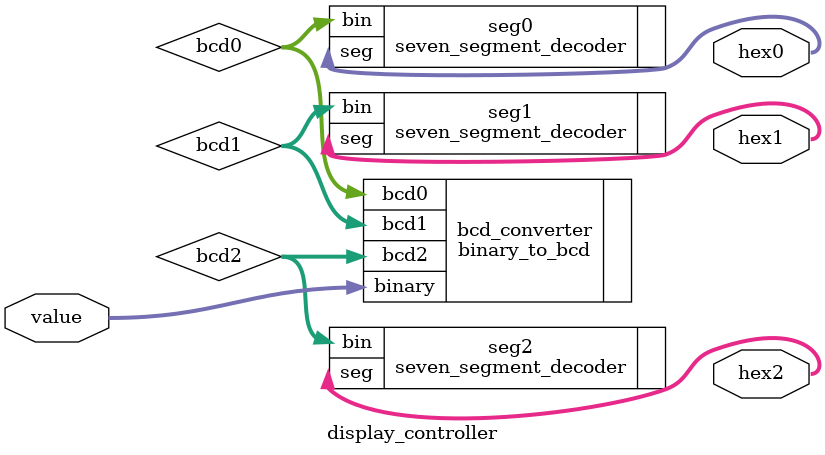
<source format=v>
module display_controller(
    input [8:0] value,
    output [6:0] hex0,
    output [6:0] hex1,
    output [6:0] hex2
);
    wire [3:0] bcd0, bcd1, bcd2;
    
    // Convert binary to BCD
    binary_to_bcd bcd_converter(
        .binary(value),
        .bcd0(bcd0),
        .bcd1(bcd1),
        .bcd2(bcd2)
    );
    
    // Convert BCD to seven segment
    seven_segment_decoder seg0(
        .bin(bcd0),
        .seg(hex0)
    );
    
    seven_segment_decoder seg1(
        .bin(bcd1),
        .seg(hex1)
    );
    
    seven_segment_decoder seg2(
        .bin(bcd2),
        .seg(hex2)
    );
endmodule
</source>
